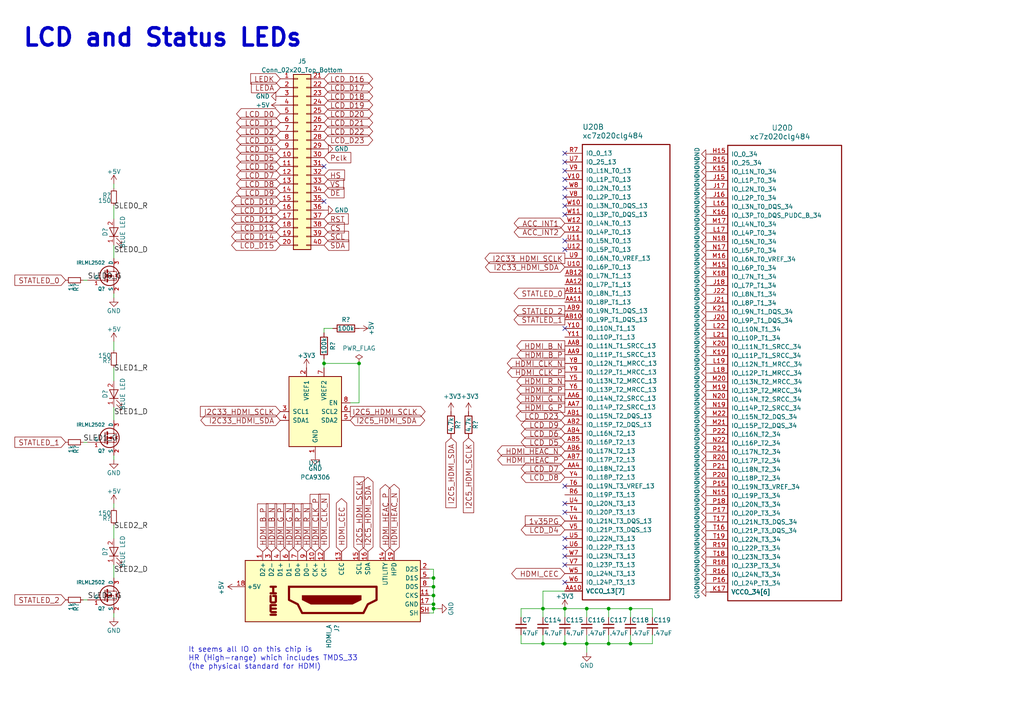
<source format=kicad_sch>
(kicad_sch (version 20230121) (generator eeschema)
  (paper "A4")
  (junction (at 125.73 175.26))
  (junction (at 170.18 186.69))
  (junction (at 125.73 170.18))
  (junction (at 182.88 176.53))
  (junction (at 93.98 105.41))
  (junction (at 157.48 176.53))
  (junction (at 170.18 176.53))
  (junction (at 163.83 186.69))
  (junction (at 176.53 176.53))
  (junction (at 182.88 186.69))
  (junction (at 163.83 176.53))
  (junction (at 125.73 172.72))
  (junction (at 125.73 167.64))
  (junction (at 125.73 176.53))
  (junction (at 176.53 186.69))
  (junction (at 104.14 105.41))
  (junction (at 157.48 186.69))
  (no_connect (at 163.83 156.21))
  (no_connect (at 163.83 62.23))
  (no_connect (at 163.83 146.05))
  (no_connect (at 163.83 95.25))
  (no_connect (at 163.83 72.39))
  (no_connect (at 163.83 57.15))
  (no_connect (at 163.83 52.07))
  (no_connect (at 163.83 69.85))
  (no_connect (at 163.83 148.59))
  (no_connect (at 163.83 140.97))
  (no_connect (at 163.83 54.61))
  (no_connect (at 163.83 46.99))
  (no_connect (at 163.83 59.69))
  (no_connect (at 163.83 44.45))
  (no_connect (at 93.98 58.42))
  (no_connect (at 163.83 158.75))
  (no_connect (at 163.83 163.83))
  (no_connect (at 163.83 49.53))
  (no_connect (at 93.98 48.26))
  (no_connect (at 163.83 161.29))
  (no_connect (at 163.83 168.91))
  (wire (pts (xy 24.13 128.27) (xy 25.4 128.27)))
  (wire (pts (xy 176.53 176.53) (xy 182.88 176.53)))
  (wire (pts (xy 104.14 105.41) (xy 104.14 116.84)))
  (wire (pts (xy 151.13 186.69) (xy 151.13 184.15)))
  (wire (pts (xy 93.98 105.41) (xy 93.98 106.68)))
  (wire (pts (xy 124.46 170.18) (xy 125.73 170.18)))
  (wire (pts (xy 170.18 176.53) (xy 176.53 176.53)))
  (wire (pts (xy 125.73 170.18) (xy 125.73 167.64)))
  (wire (pts (xy 163.83 176.53) (xy 163.83 179.07)))
  (wire (pts (xy 176.53 184.15) (xy 176.53 186.69)))
  (wire (pts (xy 182.88 179.07) (xy 182.88 176.53)))
  (wire (pts (xy 170.18 186.69) (xy 170.18 189.23)))
  (wire (pts (xy 163.83 171.45) (xy 157.48 171.45)))
  (wire (pts (xy 176.53 186.69) (xy 182.88 186.69)))
  (wire (pts (xy 125.73 167.64) (xy 125.73 165.1)))
  (wire (pts (xy 33.02 54.61) (xy 33.02 53.34)))
  (wire (pts (xy 33.02 177.8) (xy 33.02 179.07)))
  (wire (pts (xy 93.98 95.25) (xy 93.98 96.52)))
  (wire (pts (xy 170.18 184.15) (xy 170.18 186.69)))
  (wire (pts (xy 33.02 71.12) (xy 33.02 74.93)))
  (wire (pts (xy 24.13 81.28) (xy 25.4 81.28)))
  (wire (pts (xy 33.02 132.08) (xy 33.02 133.35)))
  (wire (pts (xy 125.73 175.26) (xy 125.73 172.72)))
  (wire (pts (xy 151.13 186.69) (xy 157.48 186.69)))
  (wire (pts (xy 124.46 172.72) (xy 125.73 172.72)))
  (wire (pts (xy 33.02 85.09) (xy 33.02 86.36)))
  (wire (pts (xy 157.48 176.53) (xy 157.48 179.07)))
  (wire (pts (xy 33.02 106.68) (xy 33.02 110.49)))
  (wire (pts (xy 157.48 184.15) (xy 157.48 186.69)))
  (wire (pts (xy 33.02 163.83) (xy 33.02 167.64)))
  (wire (pts (xy 176.53 176.53) (xy 176.53 179.07)))
  (wire (pts (xy 93.98 105.41) (xy 104.14 105.41)))
  (wire (pts (xy 157.48 176.53) (xy 163.83 176.53)))
  (wire (pts (xy 125.73 177.8) (xy 125.73 176.53)))
  (wire (pts (xy 33.02 99.06) (xy 33.02 101.6)))
  (wire (pts (xy 151.13 179.07) (xy 151.13 176.53)))
  (wire (pts (xy 182.88 184.15) (xy 182.88 186.69)))
  (wire (pts (xy 125.73 172.72) (xy 125.73 170.18)))
  (wire (pts (xy 104.14 116.84) (xy 101.6 116.84)))
  (wire (pts (xy 157.48 171.45) (xy 157.48 176.53)))
  (wire (pts (xy 163.83 184.15) (xy 163.83 186.69)))
  (wire (pts (xy 170.18 176.53) (xy 170.18 179.07)))
  (wire (pts (xy 127 176.53) (xy 125.73 176.53)))
  (wire (pts (xy 24.13 173.99) (xy 25.4 173.99)))
  (wire (pts (xy 157.48 186.69) (xy 163.83 186.69)))
  (wire (pts (xy 189.23 186.69) (xy 189.23 184.15)))
  (wire (pts (xy 124.46 167.64) (xy 125.73 167.64)))
  (wire (pts (xy 33.02 59.69) (xy 33.02 63.5)))
  (wire (pts (xy 163.83 176.53) (xy 170.18 176.53)))
  (wire (pts (xy 125.73 175.26) (xy 124.46 175.26)))
  (wire (pts (xy 182.88 186.69) (xy 189.23 186.69)))
  (wire (pts (xy 93.98 104.14) (xy 93.98 105.41)))
  (wire (pts (xy 124.46 177.8) (xy 125.73 177.8)))
  (wire (pts (xy 33.02 147.32) (xy 33.02 146.05)))
  (wire (pts (xy 151.13 176.53) (xy 157.48 176.53)))
  (wire (pts (xy 33.02 152.4) (xy 33.02 156.21)))
  (wire (pts (xy 96.52 95.25) (xy 93.98 95.25)))
  (wire (pts (xy 182.88 176.53) (xy 189.23 176.53)))
  (wire (pts (xy 170.18 186.69) (xy 176.53 186.69)))
  (wire (pts (xy 125.73 165.1) (xy 124.46 165.1)))
  (wire (pts (xy 189.23 176.53) (xy 189.23 179.07)))
  (wire (pts (xy 33.02 118.11) (xy 33.02 121.92)))
  (wire (pts (xy 163.83 186.69) (xy 170.18 186.69)))
  (wire (pts (xy 125.73 176.53) (xy 125.73 175.26)))
  (text "It seems all IO on this chip is \nHR (High-range) which includes TMDS_33\n(the physical standard for HDMI)" (at 54.61 194.31 0) (effects (font (size 1.524 1.524)) (justify left bottom)))
  (text "LCD and Status LEDs" (at 6.35 13.97 0) (effects (font (size 5.0038 5.0038) (thickness 1.0008) bold) (justify left bottom)))
  (label "SLED2_G" (at 25.4 173.99 0) (effects (font (size 1.524 1.524))))
  (label "SLED1_R" (at 33.02 107.95 0) (effects (font (size 1.524 1.524))))
  (label "SLED2_D" (at 33.02 166.37 0) (effects (font (size 1.524 1.524))))
  (label "SLED0_D" (at 33.02 73.66 0) (effects (font (size 1.524 1.524))))
  (label "SLED0_R" (at 33.02 60.96 0) (effects (font (size 1.524 1.524))))
  (label "SLED0_G" (at 25.4 81.28 0) (effects (font (size 1.524 1.524))))
  (label "SLED1_D" (at 33.02 120.65 0) (effects (font (size 1.524 1.524))))
  (label "SLED2_R" (at 33.02 153.67 0) (effects (font (size 1.524 1.524))))
  (label "SLED1_G" (at 24.13 128.27 0) (effects (font (size 1.524 1.524))))
  (global_label "STATLED_0" (shape output) (at 163.83 85.09 180) (effects (font (size 1.524 1.524))) (property "Intersheetrefs" "${INTERSHEET_REFS}" (effects hide)))
  (global_label "HDMI_R_N" (shape input) (at 88.9 160.02 90) (effects (font (size 1.524 1.524))) (property "Intersheetrefs" "${INTERSHEET_REFS}" (effects hide)))
  (global_label "I2C33_HDMI_SDA" (shape bidirectional) (at 163.83 77.47 180) (effects (font (size 1.524 1.524))) (property "Intersheetrefs" "${INTERSHEET_REFS}" (effects hide)))
  (global_label "I2C5_HDMI_SCLK" (shape output) (at 101.6 119.38 0) (effects (font (size 1.524 1.524))) (property "Intersheetrefs" "${INTERSHEET_REFS}" (effects hide)))
  (global_label "LCD_D23" (shape bidirectional) (at 163.83 120.65 180) (effects (font (size 1.524 1.524))) (property "Intersheetrefs" "${INTERSHEET_REFS}" (effects hide)))
  (global_label "LCD_D4" (shape bidirectional) (at 81.28 43.18 180) (effects (font (size 1.524 1.524))) (property "Intersheetrefs" "${INTERSHEET_REFS}" (effects hide)))
  (global_label "LCD_D9" (shape bidirectional) (at 81.28 55.88 180) (effects (font (size 1.524 1.524))) (property "Intersheetrefs" "${INTERSHEET_REFS}" (effects hide)))
  (global_label "CS" (shape input) (at 93.98 66.04 0) (effects (font (size 1.524 1.524))) (property "Intersheetrefs" "${INTERSHEET_REFS}" (effects hide)))
  (global_label "SCL" (shape input) (at 93.98 68.58 0) (effects (font (size 1.524 1.524))) (property "Intersheetrefs" "${INTERSHEET_REFS}" (effects hide)))
  (global_label "I2C5_HDMI_SDA" (shape bidirectional) (at 101.6 121.92 0) (effects (font (size 1.524 1.524))) (property "Intersheetrefs" "${INTERSHEET_REFS}" (effects hide)))
  (global_label "HDMI_CLK_P" (shape output) (at 163.83 107.95 180) (effects (font (size 1.524 1.524))) (property "Intersheetrefs" "${INTERSHEET_REFS}" (effects hide)))
  (global_label "HDMI_CLK_P" (shape input) (at 91.44 160.02 90) (effects (font (size 1.524 1.524))) (property "Intersheetrefs" "${INTERSHEET_REFS}" (effects hide)))
  (global_label "LCD_D7" (shape bidirectional) (at 81.28 50.8 180) (effects (font (size 1.524 1.524))) (property "Intersheetrefs" "${INTERSHEET_REFS}" (effects hide)))
  (global_label "HDMI_HEAC_P" (shape bidirectional) (at 111.76 160.02 90) (effects (font (size 1.524 1.524))) (property "Intersheetrefs" "${INTERSHEET_REFS}" (effects hide)))
  (global_label "Pclk" (shape input) (at 93.98 45.72 0) (effects (font (size 1.524 1.524))) (property "Intersheetrefs" "${INTERSHEET_REFS}" (effects hide)))
  (global_label "LCD_D22" (shape bidirectional) (at 93.98 38.1 0) (effects (font (size 1.524 1.524))) (property "Intersheetrefs" "${INTERSHEET_REFS}" (effects hide)))
  (global_label "LCD_D12" (shape bidirectional) (at 81.28 63.5 180) (effects (font (size 1.524 1.524))) (property "Intersheetrefs" "${INTERSHEET_REFS}" (effects hide)))
  (global_label "ACC_INT1" (shape bidirectional) (at 163.83 64.77 180) (effects (font (size 1.524 1.524))) (property "Intersheetrefs" "${INTERSHEET_REFS}" (effects hide)))
  (global_label "STATLED_0" (shape input) (at 19.05 81.28 180) (effects (font (size 1.524 1.524))) (property "Intersheetrefs" "${INTERSHEET_REFS}" (effects hide)))
  (global_label "I2C5_HDMI_SCLK" (shape input) (at 135.89 127 270) (effects (font (size 1.524 1.524))) (property "Intersheetrefs" "${INTERSHEET_REFS}" (effects hide)))
  (global_label "HDMI_G_N" (shape output) (at 163.83 115.57 180) (effects (font (size 1.524 1.524))) (property "Intersheetrefs" "${INTERSHEET_REFS}" (effects hide)))
  (global_label "HDMI_R_P" (shape output) (at 163.83 113.03 180) (effects (font (size 1.524 1.524))) (property "Intersheetrefs" "${INTERSHEET_REFS}" (effects hide)))
  (global_label "I2C33_HDMI_SCLK" (shape output) (at 163.83 74.93 180) (effects (font (size 1.524 1.524))) (property "Intersheetrefs" "${INTERSHEET_REFS}" (effects hide)))
  (global_label "LCD_D23" (shape bidirectional) (at 93.98 40.64 0) (effects (font (size 1.524 1.524))) (property "Intersheetrefs" "${INTERSHEET_REFS}" (effects hide)))
  (global_label "LEDA" (shape input) (at 81.28 25.4 180) (effects (font (size 1.524 1.524))) (property "Intersheetrefs" "${INTERSHEET_REFS}" (effects hide)))
  (global_label "I2C33_HDMI_SDA" (shape bidirectional) (at 81.28 121.92 180) (effects (font (size 1.524 1.524))) (property "Intersheetrefs" "${INTERSHEET_REFS}" (effects hide)))
  (global_label "ACC_INT2" (shape bidirectional) (at 163.83 67.31 180) (effects (font (size 1.524 1.524))) (property "Intersheetrefs" "${INTERSHEET_REFS}" (effects hide)))
  (global_label "HDMI_CLK_N" (shape output) (at 163.83 105.41 180) (effects (font (size 1.524 1.524))) (property "Intersheetrefs" "${INTERSHEET_REFS}" (effects hide)))
  (global_label "HDMI_G_P" (shape input) (at 81.28 160.02 90) (effects (font (size 1.524 1.524))) (property "Intersheetrefs" "${INTERSHEET_REFS}" (effects hide)))
  (global_label "I2C5_HDMI_SDA" (shape input) (at 130.81 127 270) (effects (font (size 1.524 1.524))) (property "Intersheetrefs" "${INTERSHEET_REFS}" (effects hide)))
  (global_label "LCD_D9" (shape bidirectional) (at 163.83 123.19 180) (effects (font (size 1.524 1.524))) (property "Intersheetrefs" "${INTERSHEET_REFS}" (effects hide)))
  (global_label "LEDK" (shape input) (at 81.28 22.86 180) (effects (font (size 1.524 1.524))) (property "Intersheetrefs" "${INTERSHEET_REFS}" (effects hide)))
  (global_label "LCD_D19" (shape bidirectional) (at 93.98 30.48 0) (effects (font (size 1.524 1.524))) (property "Intersheetrefs" "${INTERSHEET_REFS}" (effects hide)))
  (global_label "LCD_D16" (shape bidirectional) (at 93.98 22.86 0) (effects (font (size 1.524 1.524))) (property "Intersheetrefs" "${INTERSHEET_REFS}" (effects hide)))
  (global_label "LCD_D0" (shape bidirectional) (at 81.28 33.02 180) (effects (font (size 1.524 1.524))) (property "Intersheetrefs" "${INTERSHEET_REFS}" (effects hide)))
  (global_label "LCD_D13" (shape bidirectional) (at 81.28 66.04 180) (effects (font (size 1.524 1.524))) (property "Intersheetrefs" "${INTERSHEET_REFS}" (effects hide)))
  (global_label "LCD_D17" (shape bidirectional) (at 93.98 25.4 0) (effects (font (size 1.524 1.524))) (property "Intersheetrefs" "${INTERSHEET_REFS}" (effects hide)))
  (global_label "1v35PG" (shape input) (at 163.83 151.13 180) (effects (font (size 1.524 1.524))) (property "Intersheetrefs" "${INTERSHEET_REFS}" (effects hide)))
  (global_label "LCD_D6" (shape bidirectional) (at 81.28 48.26 180) (effects (font (size 1.524 1.524))) (property "Intersheetrefs" "${INTERSHEET_REFS}" (effects hide)))
  (global_label "SDA" (shape input) (at 93.98 71.12 0) (effects (font (size 1.524 1.524))) (property "Intersheetrefs" "${INTERSHEET_REFS}" (effects hide)))
  (global_label "I2C5_HDMI_SDA" (shape bidirectional) (at 106.68 160.02 90) (effects (font (size 1.524 1.524))) (property "Intersheetrefs" "${INTERSHEET_REFS}" (effects hide)))
  (global_label "LCD_D5" (shape bidirectional) (at 81.28 45.72 180) (effects (font (size 1.524 1.524))) (property "Intersheetrefs" "${INTERSHEET_REFS}" (effects hide)))
  (global_label "LCD_D21" (shape bidirectional) (at 93.98 35.56 0) (effects (font (size 1.524 1.524))) (property "Intersheetrefs" "${INTERSHEET_REFS}" (effects hide)))
  (global_label "STATLED_1" (shape output) (at 163.83 92.71 180) (effects (font (size 1.524 1.524))) (property "Intersheetrefs" "${INTERSHEET_REFS}" (effects hide)))
  (global_label "HDMI_CEC" (shape bidirectional) (at 163.83 166.37 180) (effects (font (size 1.524 1.524))) (property "Intersheetrefs" "${INTERSHEET_REFS}" (effects hide)))
  (global_label "HDMI_HEAC_P" (shape bidirectional) (at 163.83 133.35 180) (effects (font (size 1.524 1.524))) (property "Intersheetrefs" "${INTERSHEET_REFS}" (effects hide)))
  (global_label "LCD_D2" (shape bidirectional) (at 81.28 38.1 180) (effects (font (size 1.524 1.524))) (property "Intersheetrefs" "${INTERSHEET_REFS}" (effects hide)))
  (global_label "LCD_D4" (shape bidirectional) (at 163.83 153.67 180) (effects (font (size 1.524 1.524))) (property "Intersheetrefs" "${INTERSHEET_REFS}" (effects hide)))
  (global_label "HDMI_B_P" (shape input) (at 76.2 160.02 90) (effects (font (size 1.524 1.524))) (property "Intersheetrefs" "${INTERSHEET_REFS}" (effects hide)))
  (global_label "HDMI_HEAC_N" (shape bidirectional) (at 114.3 160.02 90) (effects (font (size 1.524 1.524))) (property "Intersheetrefs" "${INTERSHEET_REFS}" (effects hide)))
  (global_label "RST" (shape input) (at 93.98 63.5 0) (effects (font (size 1.524 1.524))) (property "Intersheetrefs" "${INTERSHEET_REFS}" (effects hide)))
  (global_label "DE" (shape input) (at 93.98 55.88 0) (effects (font (size 1.524 1.524))) (property "Intersheetrefs" "${INTERSHEET_REFS}" (effects hide)))
  (global_label "HDMI_HEAC_N" (shape bidirectional) (at 163.83 130.81 180) (effects (font (size 1.524 1.524))) (property "Intersheetrefs" "${INTERSHEET_REFS}" (effects hide)))
  (global_label "STATLED_2" (shape input) (at 19.05 173.99 180) (effects (font (size 1.524 1.524))) (property "Intersheetrefs" "${INTERSHEET_REFS}" (effects hide)))
  (global_label "LCD_D8" (shape bidirectional) (at 163.83 138.43 180) (effects (font (size 1.524 1.524))) (property "Intersheetrefs" "${INTERSHEET_REFS}" (effects hide)))
  (global_label "HDMI_B_N" (shape input) (at 78.74 160.02 90) (effects (font (size 1.524 1.524))) (property "Intersheetrefs" "${INTERSHEET_REFS}" (effects hide)))
  (global_label "LCD_D5" (shape bidirectional) (at 163.83 128.27 180) (effects (font (size 1.524 1.524))) (property "Intersheetrefs" "${INTERSHEET_REFS}" (effects hide)))
  (global_label "LCD_D14" (shape bidirectional) (at 81.28 68.58 180) (effects (font (size 1.524 1.524))) (property "Intersheetrefs" "${INTERSHEET_REFS}" (effects hide)))
  (global_label "STATLED_1" (shape input) (at 19.05 128.27 180) (effects (font (size 1.524 1.524))) (property "Intersheetrefs" "${INTERSHEET_REFS}" (effects hide)))
  (global_label "LCD_D11" (shape bidirectional) (at 81.28 60.96 180) (effects (font (size 1.524 1.524))) (property "Intersheetrefs" "${INTERSHEET_REFS}" (effects hide)))
  (global_label "HDMI_CLK_N" (shape input) (at 93.98 160.02 90) (effects (font (size 1.524 1.524))) (property "Intersheetrefs" "${INTERSHEET_REFS}" (effects hide)))
  (global_label "HDMI_B_N" (shape output) (at 163.83 100.33 180) (effects (font (size 1.524 1.524))) (property "Intersheetrefs" "${INTERSHEET_REFS}" (effects hide)))
  (global_label "LCD_D18" (shape bidirectional) (at 93.98 27.94 0) (effects (font (size 1.524 1.524))) (property "Intersheetrefs" "${INTERSHEET_REFS}" (effects hide)))
  (global_label "LCD_D7" (shape bidirectional) (at 163.83 135.89 180) (effects (font (size 1.524 1.524))) (property "Intersheetrefs" "${INTERSHEET_REFS}" (effects hide)))
  (global_label "HDMI_G_N" (shape input) (at 83.82 160.02 90) (effects (font (size 1.524 1.524))) (property "Intersheetrefs" "${INTERSHEET_REFS}" (effects hide)))
  (global_label "VS" (shape input) (at 93.98 53.34 0) (effects (font (size 1.524 1.524))) (property "Intersheetrefs" "${INTERSHEET_REFS}" (effects hide)))
  (global_label "LCD_D3" (shape bidirectional) (at 81.28 40.64 180) (effects (font (size 1.524 1.524))) (property "Intersheetrefs" "${INTERSHEET_REFS}" (effects hide)))
  (global_label "LCD_D10" (shape bidirectional) (at 81.28 58.42 180) (effects (font (size 1.524 1.524))) (property "Intersheetrefs" "${INTERSHEET_REFS}" (effects hide)))
  (global_label "LCD_D15" (shape bidirectional) (at 81.28 71.12 180) (effects (font (size 1.524 1.524))) (property "Intersheetrefs" "${INTERSHEET_REFS}" (effects hide)))
  (global_label "HDMI_G_P" (shape output) (at 163.83 118.11 180) (effects (font (size 1.524 1.524))) (property "Intersheetrefs" "${INTERSHEET_REFS}" (effects hide)))
  (global_label "HDMI_R_N" (shape output) (at 163.83 110.49 180) (effects (font (size 1.524 1.524))) (property "Intersheetrefs" "${INTERSHEET_REFS}" (effects hide)))
  (global_label "I2C33_HDMI_SCLK" (shape input) (at 81.28 119.38 180) (effects (font (size 1.524 1.524))) (property "Intersheetrefs" "${INTERSHEET_REFS}" (effects hide)))
  (global_label "HDMI_R_P" (shape input) (at 86.36 160.02 90) (effects (font (size 1.524 1.524))) (property "Intersheetrefs" "${INTERSHEET_REFS}" (effects hide)))
  (global_label "LCD_D20" (shape bidirectional) (at 93.98 33.02 0) (effects (font (size 1.524 1.524))) (property "Intersheetrefs" "${INTERSHEET_REFS}" (effects hide)))
  (global_label "I2C5_HDMI_SCLK" (shape input) (at 104.14 160.02 90) (effects (font (size 1.524 1.524))) (property "Intersheetrefs" "${INTERSHEET_REFS}" (effects hide)))
  (global_label "LCD_D1" (shape bidirectional) (at 81.28 35.56 180) (effects (font (size 1.524 1.524))) (property "Intersheetrefs" "${INTERSHEET_REFS}" (effects hide)))
  (global_label "STATLED_2" (shape output) (at 163.83 90.17 180) (effects (font (size 1.524 1.524))) (property "Intersheetrefs" "${INTERSHEET_REFS}" (effects hide)))
  (global_label "LCD_D6" (shape bidirectional) (at 163.83 125.73 180) (effects (font (size 1.524 1.524))) (property "Intersheetrefs" "${INTERSHEET_REFS}" (effects hide)))
  (global_label "HDMI_B_P" (shape output) (at 163.83 102.87 180) (effects (font (size 1.524 1.524))) (property "Intersheetrefs" "${INTERSHEET_REFS}" (effects hide)))
  (global_label "HS" (shape input) (at 93.98 50.8 0) (effects (font (size 1.524 1.524))) (property "Intersheetrefs" "${INTERSHEET_REFS}" (effects hide)))
  (global_label "LCD_D8" (shape bidirectional) (at 81.28 53.34 180) (effects (font (size 1.524 1.524))) (property "Intersheetrefs" "${INTERSHEET_REFS}" (effects hide)))
  (global_label "HDMI_CEC" (shape bidirectional) (at 99.06 160.02 90) (effects (font (size 1.524 1.524))) (property "Intersheetrefs" "${INTERSHEET_REFS}" (effects hide)))
  (symbol (lib_id "Device:C_Small") (at 157.48 181.61 0) (unit 1)
    (property "Reference" "C114" (at 157.734 179.832 0) (effects (justify left)))
    (property "Value" "4.7uF" (at 157.734 183.642 0) (effects (justify left)))
    (property "Footprint" "Capacitor_SMD:C_0402_1005Metric" (effects hide))
    (property "MFR" "Murata" (effects hide))
    (property "MPN" "GRM155R60G475ME47D" (effects hide))
    (property "SPR" "Digikey" (effects hide))
    (property "SPN" "490-11980-1-ND" (effects hide))
  )
  (symbol (lib_id "Device:C_Small") (at 163.83 181.61 0) (unit 1)
    (property "Reference" "C115" (at 164.084 179.832 0) (effects (justify left)))
    (property "Value" "4.7uF" (at 164.084 183.642 0) (effects (justify left)))
    (property "Footprint" "Capacitor_SMD:C_0402_1005Metric" (effects hide))
    (property "MFR" "Murata" (effects hide))
    (property "MPN" "GRM155R60G475ME47D" (effects hide))
    (property "SPR" "Digikey" (effects hide))
    (property "SPN" "490-11980-1-ND" (effects hide))
  )
  (symbol (lib_id "Device:C_Small") (at 170.18 181.61 0) (unit 1)
    (property "Reference" "C116" (at 170.434 179.832 0) (effects (justify left)))
    (property "Value" ".47uF" (at 170.434 183.642 0) (effects (justify left)))
    (property "Footprint" "Capacitor_SMD:C_0402_1005Metric" (effects hide))
    (property "MFR" "Yageo" (effects hide))
    (property "MPN" "CC0402KRX5R5BB474" (effects hide))
    (property "SPR" "Digikey" (effects hide))
    (property "SPN" "311-1684-1-ND" (effects hide))
  )
  (symbol (lib_id "Device:C_Small") (at 176.53 181.61 0) (unit 1)
    (property "Reference" "C117" (at 176.784 179.832 0) (effects (justify left)))
    (property "Value" ".47uF" (at 176.784 183.642 0) (effects (justify left)))
    (property "Footprint" "Capacitor_SMD:C_0402_1005Metric" (effects hide))
    (property "MFR" "Yageo" (effects hide))
    (property "MPN" "CC0402KRX5R5BB474" (effects hide))
    (property "SPR" "Digikey" (effects hide))
    (property "SPN" "311-1684-1-ND" (effects hide))
  )
  (symbol (lib_id "Device:C_Small") (at 182.88 181.61 0) (unit 1)
    (property "Reference" "C118" (at 183.134 179.832 0) (effects (justify left)))
    (property "Value" ".47uF" (at 183.134 183.642 0) (effects (justify left)))
    (property "Footprint" "Capacitor_SMD:C_0402_1005Metric" (effects hide))
    (property "MFR" "Yageo" (effects hide))
    (property "MPN" "CC0402KRX5R5BB474" (effects hide))
    (property "SPR" "Digikey" (effects hide))
    (property "SPN" "311-1684-1-ND" (effects hide))
  )
  (symbol (lib_id "Device:C_Small") (at 189.23 181.61 0) (unit 1)
    (property "Reference" "C119" (at 189.484 179.832 0) (effects (justify left)))
    (property "Value" ".47uF" (at 189.484 183.642 0) (effects (justify left)))
    (property "Footprint" "Capacitor_SMD:C_0402_1005Metric" (effects hide))
    (property "MFR" "Yageo" (effects hide))
    (property "MPN" "CC0402KRX5R5BB474" (effects hide))
    (property "SPR" "Digikey" (effects hide))
    (property "SPN" "311-1684-1-ND" (effects hide))
  )
  (symbol (lib_id "power:GND") (at 170.18 189.23 0) (unit 1)
    (property "Reference" "#PWR0188" (effects hide))
    (property "Value" "GND" (at 170.18 193.04 0))
  )
  (symbol (lib_id "DFTBoard-rescue:IRLML2502-") (at 30.48 127 0) (unit 1)
    (property "Reference" "Q?" (at 30.48 130.7846 0) (effects (font (size 1.016 1.016)) (justify right)))
    (property "Value" "IRLML2502" (at 30.48 123.19 0) (effects (font (size 1.016 1.016)) (justify right)))
    (property "Footprint" "Package_TO_SOT_SMD:SOT-23" (effects hide))
    (property "MFR" "Infineon Technologies AG" (effects hide))
    (property "MPN" "IRLML2502TRPBF" (effects hide))
    (property "SPR" "Digikey" (effects hide))
    (property "SPN" "IRLML2502PBFCT-ND" (effects hide))
    (instances (project "DFTBoard" (path "" (reference "Q?") (unit 1)) (path "" (reference "Q?") (unit 1)) (path "" (reference "Q9") (unit 1))))
  )
  (symbol (lib_id "DFTBoard-rescue:IRLML2502-") (at 30.48 80.01 0) (unit 1)
    (property "Reference" "Q?" (at 30.48 83.7946 0) (effects (font (size 1.016 1.016)) (justify right)))
    (property "Value" "IRLML2502" (at 30.48 76.2 0) (effects (font (size 1.016 1.016)) (justify right)))
    (property "Footprint" "Package_TO_SOT_SMD:SOT-23" (effects hide))
    (property "MFR" "Infineon Technologies AG" (effects hide))
    (property "MPN" "IRLML2502TRPBF" (effects hide))
    (property "SPR" "Digikey" (effects hide))
    (property "SPN" "IRLML2502PBFCT-ND" (effects hide))
    (instances (project "DFTBoard" (path "" (reference "Q?") (unit 1)) (path "" (reference "Q?") (unit 1)) (path "" (reference "Q8") (unit 1))))
  )
  (symbol (lib_id "power:GND") (at 33.02 133.35 0) (unit 1)
    (property "Reference" "#PWR?" (effects hide))
    (property "Value" "GND" (at 33.02 137.16 0))
    (instances (project "DFTBoard" (path "" (reference "#PWR?") (unit 1)) (path "" (reference "#PWR?") (unit 1)) (path "" (reference "#PWR0171") (unit 1))))
  )
  (symbol (lib_id "power:GND") (at 33.02 86.36 0) (unit 1)
    (property "Reference" "#PWR?" (effects hide))
    (property "Value" "GND" (at 33.02 90.17 0))
    (instances (project "DFTBoard" (path "" (reference "#PWR?") (unit 1)) (path "" (reference "#PWR?") (unit 1)) (path "" (reference "#PWR0169") (unit 1))))
  )
  (symbol (lib_id "Device:R_Small") (at 21.59 128.27 270) (unit 1)
    (property "Reference" "R?" (at 22.098 129.032 0) (effects (justify left)))
    (property "Value" "1k" (at 20.574 129.032 0) (effects (justify left)))
    (property "Footprint" "Resistor_SMD:R_0402_1005Metric" (effects hide))
    (property "MFR" "Yageo" (effects hide))
    (property "MPN" "RC0402FR-071KL" (effects hide))
    (property "SPR" "Digikey" (effects hide))
    (property "SPN" "311-1.00KLRCT-ND" (effects hide))
    (instances (project "DFTBoard" (path "" (reference "R?") (unit 1)) (path "" (reference "R?") (unit 1)) (path "" (reference "R79") (unit 1))))
  )
  (symbol (lib_id "Device:R_Small") (at 21.59 81.28 270) (unit 1)
    (property "Reference" "R?" (at 22.098 82.042 0) (effects (justify left)))
    (property "Value" "1k" (at 20.574 82.042 0) (effects (justify left)))
    (property "Footprint" "Resistor_SMD:R_0402_1005Metric" (effects hide))
    (property "MFR" "Yageo" (effects hide))
    (property "MPN" "RC0402FR-071KL" (effects hide))
    (property "SPR" "Digikey" (effects hide))
    (property "SPN" "311-1.00KLRCT-ND" (effects hide))
    (instances (project "DFTBoard" (path "" (reference "R?") (unit 1)) (path "" (reference "R?") (unit 1)) (path "" (reference "R77") (unit 1))))
  )
  (symbol (lib_id "DFTBoard-rescue:LED-") (at 33.02 114.3 90) (unit 1)
    (property "Reference" "D?" (at 30.48 114.3 0))
    (property "Value" "BLUE LED" (at 35.56 114.3 0))
    (property "Footprint" "Capacitor_SMD:C_0603_1608Metric" (effects hide))
    (property "MFR" "Vishay Semiconductors" (effects hide))
    (property "MPN" "VLMB1300-GS08" (effects hide))
    (property "SPR" "Digikey" (effects hide))
    (property "SPN" "VLMB1300-GS08CT-ND" (effects hide))
    (instances (project "DFTBoard" (path "" (reference "D?") (unit 1)) (path "" (reference "D?") (unit 1)) (path "" (reference "D5") (unit 1))))
  )
  (symbol (lib_id "DFTBoard-rescue:LED-") (at 33.02 67.31 90) (unit 1)
    (property "Reference" "D?" (at 30.48 67.31 0))
    (property "Value" "BLUE LED" (at 35.56 67.31 0))
    (property "Footprint" "Capacitor_SMD:C_0603_1608Metric" (effects hide))
    (property "MFR" "Vishay Semiconductors" (effects hide))
    (property "MPN" "VLMB1300-GS08" (effects hide))
    (property "SPR" "Digikey" (effects hide))
    (property "SPN" "VLMB1300-GS08CT-ND" (effects hide))
    (instances (project "DFTBoard" (path "" (reference "D?") (unit 1)) (path "" (reference "D?") (unit 1)) (path "" (reference "D4") (unit 1))))
  )
  (symbol (lib_id "Device:R_Small") (at 33.02 104.14 180) (unit 1)
    (property "Reference" "R?" (at 32.258 104.648 0) (effects (justify left)))
    (property "Value" "150" (at 32.258 103.124 0) (effects (justify left)))
    (property "Footprint" "Resistor_SMD:R_0402_1005Metric" (effects hide))
    (property "MFR" "Yageo" (effects hide))
    (property "MPN" "RC0402FR-07150RL" (effects hide))
    (property "SPR" "Digikey" (effects hide))
    (property "SPN" "311-150LRTR-ND" (effects hide))
    (instances (project "DFTBoard" (path "" (reference "R?") (unit 1)) (path "" (reference "R?") (unit 1)) (path "" (reference "R80") (unit 1))))
  )
  (symbol (lib_id "Device:R_Small") (at 33.02 57.15 0) (mirror y) (unit 1)
    (property "Reference" "R?" (at 32.258 56.642 0) (effects (justify left)))
    (property "Value" "150" (at 32.258 58.166 0) (effects (justify left)))
    (property "Footprint" "Resistor_SMD:R_0402_1005Metric" (effects hide))
    (property "MFR" "Yageo" (effects hide))
    (property "MPN" "RC0402FR-07150RL" (effects hide))
    (property "SPR" "Digikey" (effects hide))
    (property "SPN" "311-150LRTR-ND" (effects hide))
    (instances (project "DFTBoard" (path "" (reference "R?") (unit 1)) (path "" (reference "R?") (unit 1)) (path "" (reference "R78") (unit 1))))
  )
  (symbol (lib_id "power:+5V") (at 33.02 99.06 0) (unit 1)
    (property "Reference" "#PWR?" (effects hide))
    (property "Value" "+5V" (at 33.02 95.504 0))
    (instances (project "DFTBoard" (path "" (reference "#PWR?") (unit 1)) (path "" (reference "#PWR?") (unit 1)) (path "" (reference "#PWR0170") (unit 1))))
  )
  (symbol (lib_id "power:+5V") (at 33.02 53.34 0) (unit 1)
    (property "Reference" "#PWR?" (effects hide))
    (property "Value" "+5V" (at 33.02 49.784 0))
    (instances (project "DFTBoard" (path "" (reference "#PWR?") (unit 1)) (path "" (reference "#PWR?") (unit 1)) (path "" (reference "#PWR0168") (unit 1))))
  )
  (symbol (lib_id "DFTBoard-rescue:IRLML2502-") (at 30.48 172.72 0) (unit 1)
    (property "Reference" "Q?" (at 30.48 176.5046 0) (effects (font (size 1.016 1.016)) (justify right)))
    (property "Value" "IRLML2502" (at 30.48 168.91 0) (effects (font (size 1.016 1.016)) (justify right)))
    (property "Footprint" "Package_TO_SOT_SMD:SOT-23" (effects hide))
    (property "MFR" "Infineon Technologies AG" (effects hide))
    (property "MPN" "IRLML2502TRPBF" (effects hide))
    (property "SPR" "Digikey" (effects hide))
    (property "SPN" "IRLML2502PBFCT-ND" (effects hide))
    (instances (project "DFTBoard" (path "" (reference "Q?") (unit 1)) (path "" (reference "Q?") (unit 1)) (path "" (reference "Q10") (unit 1))))
  )
  (symbol (lib_id "power:GND") (at 33.02 179.07 0) (unit 1)
    (property "Reference" "#PWR?" (effects hide))
    (property "Value" "GND" (at 33.02 182.88 0))
    (instances (project "DFTBoard" (path "" (reference "#PWR?") (unit 1)) (path "" (reference "#PWR?") (unit 1)) (path "" (reference "#PWR0178") (unit 1))))
  )
  (symbol (lib_id "Device:R_Small") (at 21.59 173.99 270) (unit 1)
    (property "Reference" "R?" (at 22.098 174.752 0) (effects (justify left)))
    (property "Value" "1k" (at 20.574 174.752 0) (effects (justify left)))
    (property "Footprint" "Resistor_SMD:R_0402_1005Metric" (effects hide))
    (property "MFR" "Yageo" (effects hide))
    (property "MPN" "RC0402FR-071KL" (effects hide))
    (property "SPR" "Digikey" (effects hide))
    (property "SPN" "311-1.00KLRCT-ND" (effects hide))
    (instances (project "DFTBoard" (path "" (reference "R?") (unit 1)) (path "" (reference "R?") (unit 1)) (path "" (reference "R85") (unit 1))))
  )
  (symbol (lib_id "DFTBoard-rescue:LED-") (at 33.02 160.02 90) (unit 1)
    (property "Reference" "D?" (at 30.48 160.02 0))
    (property "Value" "BLUE LED" (at 35.56 160.02 0))
    (property "Footprint" "Capacitor_SMD:C_0603_1608Metric" (effects hide))
    (property "MFR" "Vishay Semiconductors" (effects hide))
    (property "MPN" "VLMB1300-GS08" (effects hide))
    (property "SPR" "Digikey" (effects hide))
    (property "SPN" "VLMB1300-GS08CT-ND" (effects hide))
    (instances (project "DFTBoard" (path "" (reference "D?") (unit 1)) (path "" (reference "D?") (unit 1)) (path "" (reference "D6") (unit 1))))
  )
  (symbol (lib_id "Device:R_Small") (at 33.02 149.86 180) (unit 1)
    (property "Reference" "R?" (at 32.258 150.368 0) (effects (justify left)))
    (property "Value" "150" (at 32.258 148.844 0) (effects (justify left)))
    (property "Footprint" "Resistor_SMD:R_0402_1005Metric" (effects hide))
    (property "MFR" "Yageo" (effects hide))
    (property "MPN" "RC0402FR-07150RL" (effects hide))
    (property "SPR" "Digikey" (effects hide))
    (property "SPN" "311-150LRTR-ND" (effects hide))
    (instances (project "DFTBoard" (path "" (reference "R?") (unit 1)) (path "" (reference "R?") (unit 1)) (path "" (reference "R86") (unit 1))))
  )
  (symbol (lib_id "power:+5V") (at 33.02 146.05 0) (unit 1)
    (property "Reference" "#PWR?" (effects hide))
    (property "Value" "+5V" (at 33.02 142.494 0))
    (instances (project "DFTBoard" (path "" (reference "#PWR?") (unit 1)) (path "" (reference "#PWR?") (unit 1)) (path "" (reference "#PWR0177") (unit 1))))
  )
  (symbol (lib_id "xilinx7:xc7z020clg484") (at 163.83 44.45 0) (unit 2)
    (property "Reference" "U20" (at 168.91 36.83 0) (effects (font (size 1.524 1.524)) (justify left)))
    (property "Value" "xc7z020clg484" (at 168.91 39.37 0) (effects (font (size 1.524 1.524)) (justify left)))
    (property "Footprint" "DFTcustom:BGA-484_19.0x19.0mm_Layout22x22_P0.80mm_dia0.40mm" (effects hide))
    (property "MFR" "Xilinx" (effects hide))
    (property "MPN" "XC7Z020-1CLG484C" (effects hide))
    (property "SPR" "Digikey" (effects hide))
    (property "SPN" "122-1850-ND" (effects hide))
    (property "SPURL" "-" (effects hide))
  )
  (symbol (lib_id "Connector:HDMI_A") (at 96.52 170.18 90) (mirror x) (unit 1)
    (property "Reference" "J?" (at 97.6884 181.102 0) (effects (justify left)))
    (property "Value" "HDMI_A" (at 95.377 181.102 0) (effects (justify left)))
    (property "Footprint" "DFTcustom:10029449-111RLF" (effects hide))
    (property "Datasheet" "https://en.wikipedia.org/wiki/HDMI" (effects hide))
    (property "MFR" "Amphenol ICC" (effects hide))
    (property "MPN" "10029449-111RLF" (effects hide))
    (property "SPR" "Digikey" (effects hide))
    (property "SPN" "609-4614-1-ND" (effects hide))
    (property "SPURL" "-" (effects hide))
    (instances (project "DFTBoard" (path "" (reference "J?") (unit 1)) (path "" (reference "Je1") (unit 1))))
  )
  (symbol (lib_id "power:+5V") (at 68.58 170.18 90) (mirror x) (unit 1)
    (property "Reference" "#PWR?" (effects hide))
    (property "Value" "+5V" (at 64.1858 170.561 0))
    (instances (project "DFTBoard" (path "" (reference "#PWR?") (unit 1)) (path "" (reference "#PWR0174") (unit 1))))
  )
  (symbol (lib_id "power:GND") (at 127 176.53 90) (mirror x) (unit 1)
    (property "Reference" "#PWR0175" (effects hide))
    (property "Value" "GND" (at 130.81 176.53 0))
    (instances (project "DFTBoard" (path "" (reference "#PWR0175") (unit 1)) (path "" (reference "#PWR?") (unit 1))))
  )
  (symbol (lib_id "Interface:PCA9306") (at 91.44 119.38 0) (unit 1)
    (property "Reference" "U21" (at 91.44 134.3406 0))
    (property "Value" "PCA9306" (at 91.44 138.43 0))
    (property "Footprint" "Package_SO:SSOP-8_2.95x2.8mm_P0.65mm" (effects hide))
    (property "Datasheet" "http://www.ti.com/lit/ds/symlink/pca9306.pdf" (effects hide))
    (property "MFR" "Texas Instruments" (effects hide))
    (property "MPN" "PCA9306DCTR" (effects hide))
    (property "SPR" "Digikey" (effects hide))
    (property "SPN" "296-18509-2-ND" (effects hide))
    (property "SPURL" "-" (effects hide))
  )
  (symbol (lib_id "power:+3V3") (at 88.9 106.68 0) (unit 1)
    (property "Reference" "#PWR0340" (effects hide))
    (property "Value" "+3.3V" (at 88.9 103.124 0))
  )
  (symbol (lib_id "power:+5V") (at 104.14 95.25 270) (unit 1)
    (property "Reference" "#PWR?" (effects hide))
    (property "Value" "+5V" (at 107.696 95.25 0))
    (instances (project "DFTBoard" (path "" (reference "#PWR?") (unit 1)) (path "" (reference "#PWR?") (unit 1)) (path "" (reference "#PWR0341") (unit 1))))
  )
  (symbol (lib_id "power:GND") (at 91.44 132.08 0) (mirror y) (unit 1)
    (property "Reference" "#PWR0342" (effects hide))
    (property "Value" "GND" (at 91.44 135.89 0))
    (instances (project "DFTBoard" (path "" (reference "#PWR0342") (unit 1)) (path "" (reference "#PWR?") (unit 1))))
  )
  (symbol (lib_id "Device:R") (at 130.81 123.19 0) (unit 1)
    (property "Reference" "R?" (at 132.842 123.19 90))
    (property "Value" "4.7k" (at 130.81 123.19 90))
    (property "Footprint" "Resistor_SMD:R_0402_1005Metric" (effects hide))
    (property "MFR" "Yageo" (effects hide))
    (property "MPN" "RC0402JR-074K7L" (effects hide))
    (property "SPR" "Digikey" (effects hide))
    (property "SPN" "311-4.7KJRCT-ND" (effects hide))
    (instances (project "DFTBoard" (path "" (reference "R?") (unit 1)) (path "" (reference "R82") (unit 1)) (path "" (reference "R?") (unit 1)) (path "" (reference "R?") (unit 1))))
  )
  (symbol (lib_id "Device:R") (at 135.89 123.19 0) (unit 1)
    (property "Reference" "R?" (at 137.922 123.19 90))
    (property "Value" "4.7k" (at 135.89 123.19 90))
    (property "Footprint" "Resistor_SMD:R_0402_1005Metric" (effects hide))
    (property "MFR" "Yageo" (effects hide))
    (property "MPN" "RC0402JR-074K7L" (effects hide))
    (property "SPR" "Digikey" (effects hide))
    (property "SPN" "311-4.7KJRCT-ND" (effects hide))
    (instances (project "DFTBoard" (path "" (reference "R?") (unit 1)) (path "" (reference "R83") (unit 1)) (path "" (reference "R?") (unit 1)) (path "" (reference "R?") (unit 1))))
  )
  (symbol (lib_id "power:+3V3") (at 130.81 119.38 0) (unit 1)
    (property "Reference" "#PWR?" (effects hide))
    (property "Value" "+3.3V" (at 131.191 114.9858 0))
    (instances (project "DFTBoard" (path "" (reference "#PWR?") (unit 1)) (path "" (reference "#PWR?") (unit 1)) (path "" (reference "#PWR0344") (unit 1))))
  )
  (symbol (lib_id "power:+3V3") (at 135.89 119.38 0) (unit 1)
    (property "Reference" "#PWR?" (effects hide))
    (property "Value" "+3.3V" (at 136.271 114.9858 0))
    (instances (project "DFTBoard" (path "" (reference "#PWR?") (unit 1)) (path "" (reference "#PWR?") (unit 1)) (path "" (reference "#PWR0345") (unit 1))))
  )
  (symbol (lib_id "power:+3V3") (at 163.83 176.53 0) (unit 1)
    (property "Reference" "#PWR0172" (effects hide))
    (property "Value" "+3.3V" (at 163.83 172.974 0))
  )
  (symbol (lib_id "Device:R") (at 93.98 100.33 180) (unit 1)
    (property "Reference" "R?" (at 96.52 100.33 90))
    (property "Value" "100k" (at 93.98 100.33 90))
    (property "Footprint" "Resistor_SMD:R_0402_1005Metric" (effects hide))
    (property "MFR" "Yageo" (effects hide))
    (property "MPN" "RC0402FR-07100KL" (effects hide))
    (property "SPR" "Digikey" (effects hide))
    (property "SPN" "311-100KLRTR-ND" (effects hide))
    (instances (project "DFTBoard" (path "" (reference "R?") (unit 1)) (path "" (reference "R?") (unit 1)) (path "" (reference "R34") (unit 1))))
  )
  (symbol (lib_id "Device:R") (at 100.33 95.25 90) (unit 1)
    (property "Reference" "R?" (at 100.33 92.71 90))
    (property "Value" "100k" (at 100.33 95.25 90))
    (property "Footprint" "Resistor_SMD:R_0402_1005Metric" (effects hide))
    (property "MFR" "Yageo" (effects hide))
    (property "MPN" "RC0402FR-07100KL" (effects hide))
    (property "SPR" "Digikey" (effects hide))
    (property "SPN" "311-100KLRTR-ND" (effects hide))
    (instances (project "DFTBoard" (path "" (reference "R?") (unit 1)) (path "" (reference "R?") (unit 1)) (path "" (reference "R81") (unit 1))))
  )
  (symbol (lib_id "power:PWR_FLAG") (at 104.14 105.41 0) (unit 1)
    (property "Reference" "#FLG0102" (effects hide))
    (property "Value" "PWR_FLAG" (at 104.14 101.0158 0))
  )
  (symbol (lib_id "power:GND") (at 205.994 141.224 270) (unit 1)
    (property "Reference" "#PWR0246" (effects hide))
    (property "Value" "GND" (at 202.184 141.224 0))
    (instances (project "DFTBoard" (path "" (reference "#PWR0246") (unit 1)) (path "" (reference "#PWR0244") (unit 1))))
  )
  (symbol (lib_id "power:GND") (at 205.994 153.924 270) (unit 1)
    (property "Reference" "#PWR0251" (effects hide))
    (property "Value" "GND" (at 202.184 153.924 0))
    (instances (project "DFTBoard" (path "" (reference "#PWR0251") (unit 1)) (path "" (reference "#PWR0249") (unit 1))))
  )
  (symbol (lib_id "power:GND") (at 81.28 27.94 270) (unit 1)
    (property "Reference" "#PWR?" (effects hide))
    (property "Value" "GND" (at 76.2 27.94 90))
    (instances (project "DFTBoard" (path "" (reference "#PWR?") (unit 1)) (path "" (reference "#PWR?") (unit 1)) (path "" (reference "#PWR0146") (unit 1))))
  )
  (symbol (lib_id "Connector_Generic:Conn_02x20_Top_Bottom") (at 86.36 45.72 0) (unit 1)
    (property "Reference" "J5" (at 87.63 17.78 0))
    (property "Value" "Conn_02x20_Top_Bottom" (at 87.63 20.32 0))
  )
  (symbol (lib_id "power:GND") (at 205.994 136.144 270) (unit 1)
    (property "Reference" "#PWR0244" (effects hide))
    (property "Value" "GND" (at 202.184 136.144 0))
    (instances (project "DFTBoard" (path "" (reference "#PWR0244") (unit 1)) (path "" (reference "#PWR0234") (unit 1))))
  )
  (symbol (lib_id "power:GND") (at 205.994 72.644 270) (unit 1)
    (property "Reference" "#PWR070" (effects hide))
    (property "Value" "GND" (at 202.184 72.644 0))
    (instances (project "DFTBoard" (path "" (reference "#PWR070") (unit 1)) (path "" (reference "#PWR066") (unit 1))))
  )
  (symbol (lib_id "power:GND") (at 205.994 110.744 270) (unit 1)
    (property "Reference" "#PWR099" (effects hide))
    (property "Value" "GND" (at 202.184 110.744 0))
    (instances (project "DFTBoard" (path "" (reference "#PWR099") (unit 1)) (path "" (reference "#PWR097") (unit 1))))
  )
  (symbol (lib_id "power:GND") (at 205.994 85.344 270) (unit 1)
    (property "Reference" "#PWR083" (effects hide))
    (property "Value" "GND" (at 202.184 85.344 0))
    (instances (project "DFTBoard" (path "" (reference "#PWR083") (unit 1)) (path "" (reference "#PWR079") (unit 1))))
  )
  (symbol (lib_id "power:GND") (at 205.994 123.444 270) (unit 1)
    (property "Reference" "#PWR0229" (effects hide))
    (property "Value" "GND" (at 202.184 123.444 0))
    (instances (project "DFTBoard" (path "" (reference "#PWR0229") (unit 1)) (path "" (reference "#PWR0221") (unit 1))))
  )
  (symbol (lib_id "power:GND") (at 205.994 70.104 270) (unit 1)
    (property "Reference" "#PWR068" (effects hide))
    (property "Value" "GND" (at 202.184 70.104 0))
    (instances (project "DFTBoard" (path "" (reference "#PWR068") (unit 1)) (path "" (reference "#PWR064") (unit 1))))
  )
  (symbol (lib_id "power:GND") (at 205.994 52.324 270) (unit 1)
    (property "Reference" "#PWR036" (effects hide))
    (property "Value" "GND" (at 202.184 52.324 0))
    (instances (project "DFTBoard" (path "" (reference "#PWR036") (unit 1)) (path "" (reference "#PWR0371") (unit 1))))
  )
  (symbol (lib_id "power:GND") (at 205.994 120.904 270) (unit 1)
    (property "Reference" "#PWR0228" (effects hide))
    (property "Value" "GND" (at 202.184 120.904 0))
    (instances (project "DFTBoard" (path "" (reference "#PWR0228") (unit 1)) (path "" (reference "#PWR0211") (unit 1))))
  )
  (symbol (lib_id "xilinx7:xc7z020clg484") (at 205.994 44.704 0) (unit 4)
    (property "Reference" "U20" (at 223.774 37.084 0) (effects (font (size 1.524 1.524)) (justify left)))
    (property "Value" "xc7z020clg484" (at 217.424 39.624 0) (effects (font (size 1.524 1.524)) (justify left)))
    (property "Footprint" "DFTcustom:BGA-484_19.0x19.0mm_Layout22x22_P0.80mm_dia0.40mm" (effects hide))
    (property "MFR" "Xilinx" (effects hide))
    (property "MPN" "XC7Z020-1CLG484C" (effects hide))
    (property "SPR" "Digikey" (effects hide))
    (property "SPN" "122-1850-ND" (effects hide))
    (property "SPURL" "-" (effects hide))
  )
  (symbol (lib_id "power:GND") (at 205.994 138.684 270) (unit 1)
    (property "Reference" "#PWR0245" (effects hide))
    (property "Value" "GND" (at 202.184 138.684 0))
    (instances (project "DFTBoard" (path "" (reference "#PWR0245") (unit 1)) (path "" (reference "#PWR0243") (unit 1))))
  )
  (symbol (lib_id "power:GND") (at 205.994 115.824 270) (unit 1)
    (property "Reference" "#PWR0211" (effects hide))
    (property "Value" "GND" (at 202.184 115.824 0))
    (instances (project "DFTBoard" (path "" (reference "#PWR0211") (unit 1)) (path "" (reference "#PWR099") (unit 1))))
  )
  (symbol (lib_id "power:GND") (at 205.994 169.164 270) (unit 1)
    (property "Reference" "#PWR0370" (effects hide))
    (property "Value" "GND" (at 202.184 169.164 0))
    (instances (project "DFTBoard" (path "" (reference "#PWR0370") (unit 1)) (path "" (reference "#PWR0255") (unit 1))))
  )
  (symbol (lib_id "power:GND") (at 205.994 105.664 270) (unit 1)
    (property "Reference" "#PWR097" (effects hide))
    (property "Value" "GND" (at 202.184 105.664 0))
    (instances (project "DFTBoard" (path "" (reference "#PWR097") (unit 1)) (path "" (reference "#PWR091") (unit 1))))
  )
  (symbol (lib_id "power:GND") (at 205.994 100.584 270) (unit 1)
    (property "Reference" "#PWR091" (effects hide))
    (property "Value" "GND" (at 202.184 100.584 0))
    (instances (project "DFTBoard" (path "" (reference "#PWR091") (unit 1)) (path "" (reference "#PWR089") (unit 1))))
  )
  (symbol (lib_id "power:GND") (at 205.994 131.064 270) (unit 1)
    (property "Reference" "#PWR0234" (effects hide))
    (property "Value" "GND" (at 202.184 131.064 0))
    (instances (project "DFTBoard" (path "" (reference "#PWR0234") (unit 1)) (path "" (reference "#PWR0232") (unit 1))))
  )
  (symbol (lib_id "power:GND") (at 205.994 146.304 270) (unit 1)
    (property "Reference" "#PWR0248" (effects hide))
    (property "Value" "GND" (at 202.184 146.304 0))
    (instances (project "DFTBoard" (path "" (reference "#PWR0248") (unit 1)) (path "" (reference "#PWR0246") (unit 1))))
  )
  (symbol (lib_id "power:GND") (at 205.994 87.884 270) (unit 1)
    (property "Reference" "#PWR084" (effects hide))
    (property "Value" "GND" (at 202.184 87.884 0))
    (instances (project "DFTBoard" (path "" (reference "#PWR084") (unit 1)) (path "" (reference "#PWR080") (unit 1))))
  )
  (symbol (lib_id "power:GND") (at 205.994 98.044 270) (unit 1)
    (property "Reference" "#PWR090" (effects hide))
    (property "Value" "GND" (at 202.184 98.044 0))
    (instances (project "DFTBoard" (path "" (reference "#PWR090") (unit 1)) (path "" (reference "#PWR088") (unit 1))))
  )
  (symbol (lib_id "power:GND") (at 205.994 108.204 270) (unit 1)
    (property "Reference" "#PWR098" (effects hide))
    (property "Value" "GND" (at 202.184 108.204 0))
    (instances (project "DFTBoard" (path "" (reference "#PWR098") (unit 1)) (path "" (reference "#PWR092") (unit 1))))
  )
  (symbol (lib_id "power:GND") (at 205.994 77.724 270) (unit 1)
    (property "Reference" "#PWR077" (effects hide))
    (property "Value" "GND" (at 202.184 77.724 0))
    (instances (project "DFTBoard" (path "" (reference "#PWR077") (unit 1)) (path "" (reference "#PWR070") (unit 1))))
  )
  (symbol (lib_id "power:GND") (at 205.994 151.384 270) (unit 1)
    (property "Reference" "#PWR0250" (effects hide))
    (property "Value" "GND" (at 202.184 151.384 0))
    (instances (project "DFTBoard" (path "" (reference "#PWR0250") (unit 1)) (path "" (reference "#PWR0248") (unit 1))))
  )
  (symbol (lib_id "power:GND") (at 93.98 60.96 90) (mirror x) (unit 1)
    (property "Reference" "#PWR?" (effects hide))
    (property "Value" "GND" (at 99.06 60.96 90))
    (instances (project "DFTBoard" (path "" (reference "#PWR?") (unit 1)) (path "" (reference "#PWR?") (unit 1)) (path "" (reference "#PWR0185") (unit 1))))
  )
  (symbol (lib_id "power:GND") (at 205.994 57.404 270) (unit 1)
    (property "Reference" "#PWR059" (effects hide))
    (property "Value" "GND" (at 202.184 57.404 0))
    (instances (project "DFTBoard" (path "" (reference "#PWR059") (unit 1)) (path "" (reference "#PWR036") (unit 1))))
  )
  (symbol (lib_id "power:GND") (at 205.994 166.624 270) (unit 1)
    (property "Reference" "#PWR0256" (effects hide))
    (property "Value" "GND" (at 202.184 166.624 0))
    (instances (project "DFTBoard" (path "" (reference "#PWR0256") (unit 1)) (path "" (reference "#PWR0254") (unit 1))))
  )
  (symbol (lib_id "power:GND") (at 205.994 49.784 270) (unit 1)
    (property "Reference" "#PWR035" (effects hide))
    (property "Value" "GND" (at 202.184 49.784 0))
    (instances (project "DFTBoard" (path "" (reference "#PWR035") (unit 1)) (path "" (reference "#PWR0370") (unit 1))))
  )
  (symbol (lib_id "power:GND") (at 205.994 113.284 270) (unit 1)
    (property "Reference" "#PWR0179" (effects hide))
    (property "Value" "GND" (at 202.184 113.284 0))
    (instances (project "DFTBoard" (path "" (reference "#PWR0179") (unit 1)) (path "" (reference "#PWR098") (unit 1))))
  )
  (symbol (lib_id "power:GND") (at 205.994 133.604 270) (unit 1)
    (property "Reference" "#PWR0243" (effects hide))
    (property "Value" "GND" (at 202.184 133.604 0))
    (instances (project "DFTBoard" (path "" (reference "#PWR0243") (unit 1)) (path "" (reference "#PWR0233") (unit 1))))
  )
  (symbol (lib_id "power:GND") (at 93.98 43.18 90) (mirror x) (unit 1)
    (property "Reference" "#PWR?" (effects hide))
    (property "Value" "GND" (at 99.06 43.18 90))
    (instances (project "DFTBoard" (path "" (reference "#PWR?") (unit 1)) (path "" (reference "#PWR?") (unit 1)) (path "" (reference "#PWR0184") (unit 1))))
  )
  (symbol (lib_id "power:GND") (at 205.994 128.524 270) (unit 1)
    (property "Reference" "#PWR0233" (effects hide))
    (property "Value" "GND" (at 202.184 128.524 0))
    (instances (project "DFTBoard" (path "" (reference "#PWR0233") (unit 1)) (path "" (reference "#PWR0229") (unit 1))))
  )
  (symbol (lib_id "power:GND") (at 205.994 90.424 270) (unit 1)
    (property "Reference" "#PWR087" (effects hide))
    (property "Value" "GND" (at 202.184 90.424 0))
    (instances (project "DFTBoard" (path "" (reference "#PWR087") (unit 1)) (path "" (reference "#PWR083") (unit 1))))
  )
  (symbol (lib_id "power:GND") (at 205.994 143.764 270) (unit 1)
    (property "Reference" "#PWR0247" (effects hide))
    (property "Value" "GND" (at 202.184 143.764 0))
    (instances (project "DFTBoard" (path "" (reference "#PWR0247") (unit 1)) (path "" (reference "#PWR0245") (unit 1))))
  )
  (symbol (lib_id "power:GND") (at 205.994 80.264 270) (unit 1)
    (property "Reference" "#PWR079" (effects hide))
    (property "Value" "GND" (at 202.184 80.264 0))
    (instances (project "DFTBoard" (path "" (reference "#PWR079") (unit 1)) (path "" (reference "#PWR076") (unit 1))))
  )
  (symbol (lib_id "power:GND") (at 205.994 164.084 270) (unit 1)
    (property "Reference" "#PWR0255" (effects hide))
    (property "Value" "GND" (at 202.184 164.084 0))
    (instances (project "DFTBoard" (path "" (reference "#PWR0255") (unit 1)) (path "" (reference "#PWR0253") (unit 1))))
  )
  (symbol (lib_id "power:GND") (at 205.994 82.804 270) (unit 1)
    (property "Reference" "#PWR080" (effects hide))
    (property "Value" "GND" (at 202.184 82.804 0))
    (instances (project "DFTBoard" (path "" (reference "#PWR080") (unit 1)) (path "" (reference "#PWR077") (unit 1))))
  )
  (symbol (lib_id "power:+5V") (at 81.28 30.48 90) (mirror x) (unit 1)
    (property "Reference" "#PWR?" (effects hide))
    (property "Value" "+5V" (at 76.2 30.48 90))
    (instances (project "DFTBoard" (path "" (reference "#PWR?") (unit 1)) (path "" (reference "#PWR0181") (unit 1))))
  )
  (symbol (lib_id "power:GND") (at 205.994 54.864 270) (unit 1)
    (property "Reference" "#PWR050" (effects hide))
    (property "Value" "GND" (at 202.184 54.864 0))
    (instances (project "DFTBoard" (path "" (reference "#PWR050") (unit 1)) (path "" (reference "#PWR035") (unit 1))))
  )
  (symbol (lib_id "power:GND") (at 205.994 103.124 270) (unit 1)
    (property "Reference" "#PWR092" (effects hide))
    (property "Value" "GND" (at 202.184 103.124 0))
    (instances (project "DFTBoard" (path "" (reference "#PWR092") (unit 1)) (path "" (reference "#PWR090") (unit 1))))
  )
  (symbol (lib_id "power:GND") (at 205.994 59.944 270) (unit 1)
    (property "Reference" "#PWR062" (effects hide))
    (property "Value" "GND" (at 202.184 59.944 0))
    (instances (project "DFTBoard" (path "" (reference "#PWR062") (unit 1)) (path "" (reference "#PWR050") (unit 1))))
  )
  (symbol (lib_id "power:GND") (at 205.994 67.564 270) (unit 1)
    (property "Reference" "#PWR066" (effects hide))
    (property "Value" "GND" (at 202.184 67.564 0))
    (instances (project "DFTBoard" (path "" (reference "#PWR066") (unit 1)) (path "" (reference "#PWR063") (unit 1))))
  )
  (symbol (lib_id "power:GND") (at 205.994 171.704 270) (unit 1)
    (property "Reference" "#PWR0371" (effects hide))
    (property "Value" "GND" (at 202.184 171.704 0))
    (instances (project "DFTBoard" (path "" (reference "#PWR0371") (unit 1)) (path "" (reference "#PWR0256") (unit 1))))
  )
  (symbol (lib_id "power:GND") (at 205.994 118.364 270) (unit 1)
    (property "Reference" "#PWR0221" (effects hide))
    (property "Value" "GND" (at 202.184 118.364 0))
    (instances (project "DFTBoard" (path "" (reference "#PWR0221") (unit 1)) (path "" (reference "#PWR0179") (unit 1))))
  )
  (symbol (lib_id "power:GND") (at 205.994 44.704 270) (unit 1)
    (property "Reference" "#PWR030" (effects hide))
    (property "Value" "GND" (at 202.184 44.704 0))
  )
  (symbol (lib_id "power:GND") (at 205.994 161.544 270) (unit 1)
    (property "Reference" "#PWR0254" (effects hide))
    (property "Value" "GND" (at 202.184 161.544 0))
    (instances (project "DFTBoard" (path "" (reference "#PWR0254") (unit 1)) (path "" (reference "#PWR0252") (unit 1))))
  )
  (symbol (lib_id "power:GND") (at 205.994 156.464 270) (unit 1)
    (property "Reference" "#PWR0252" (effects hide))
    (property "Value" "GND" (at 202.184 156.464 0))
    (instances (project "DFTBoard" (path "" (reference "#PWR0252") (unit 1)) (path "" (reference "#PWR0250") (unit 1))))
  )
  (symbol (lib_id "power:GND") (at 205.994 125.984 270) (unit 1)
    (property "Reference" "#PWR0232" (effects hide))
    (property "Value" "GND" (at 202.184 125.984 0))
    (instances (project "DFTBoard" (path "" (reference "#PWR0232") (unit 1)) (path "" (reference "#PWR0228") (unit 1))))
  )
  (symbol (lib_id "Device:C_Small") (at 151.13 181.61 0) (unit 1)
    (property "Reference" "C7" (at 151.384 179.832 0) (effects (justify left)))
    (property "Value" "47uF" (at 151.384 183.642 0) (effects (justify left)))
    (property "Footprint" "Capacitor_SMD:C_0805_2012Metric" (effects hide))
    (property "MFR" "Murata" (effects hide))
    (property "MPN" "GRM219R60J476ME44D" (effects hide))
    (property "SPR" "Digikey" (effects hide))
    (property "SPN" "490-13249-1-ND" (effects hide))
    (property "SPURL" "-" (effects hide))
    (instances (project "DFTBoard" (path "" (reference "C7") (unit 1)) (path "" (reference "C113") (unit 1))))
  )
  (symbol (lib_id "power:GND") (at 205.994 65.024 270) (unit 1)
    (property "Reference" "#PWR064" (effects hide))
    (property "Value" "GND" (at 202.184 65.024 0))
    (instances (project "DFTBoard" (path "" (reference "#PWR064") (unit 1)) (path "" (reference "#PWR062") (unit 1))))
  )
  (symbol (lib_id "power:GND") (at 205.994 47.244 270) (unit 1)
    (property "Reference" "#PWR032" (effects hide))
    (property "Value" "GND" (at 202.184 47.244 0))
  )
  (symbol (lib_id "power:GND") (at 205.994 159.004 270) (unit 1)
    (property "Reference" "#PWR0253" (effects hide))
    (property "Value" "GND" (at 202.184 159.004 0))
    (instances (project "DFTBoard" (path "" (reference "#PWR0253") (unit 1)) (path "" (reference "#PWR0251") (unit 1))))
  )
  (symbol (lib_id "power:GND") (at 205.994 62.484 270) (unit 1)
    (property "Reference" "#PWR063" (effects hide))
    (property "Value" "GND" (at 202.184 62.484 0))
    (instances (project "DFTBoard" (path "" (reference "#PWR063") (unit 1)) (path "" (reference "#PWR059") (unit 1))))
  )
  (symbol (lib_id "power:GND") (at 205.994 92.964 270) (unit 1)
    (property "Reference" "#PWR088" (effects hide))
    (property "Value" "GND" (at 202.184 92.964 0))
    (instances (project "DFTBoard" (path "" (reference "#PWR088") (unit 1)) (path "" (reference "#PWR084") (unit 1))))
  )
  (symbol (lib_id "power:GND") (at 205.994 75.184 270) (unit 1)
    (property "Reference" "#PWR076" (effects hide))
    (property "Value" "GND" (at 202.184 75.184 0))
    (instances (project "DFTBoard" (path "" (reference "#PWR076") (unit 1)) (path "" (reference "#PWR068") (unit 1))))
  )
  (symbol (lib_id "power:GND") (at 205.994 148.844 270) (unit 1)
    (property "Reference" "#PWR0249" (effects hide))
    (property "Value" "GND" (at 202.184 148.844 0))
    (instances (project "DFTBoard" (path "" (reference "#PWR0249") (unit 1)) (path "" (reference "#PWR0247") (unit 1))))
  )
  (symbol (lib_id "power:GND") (at 205.994 95.504 270) (unit 1)
    (property "Reference" "#PWR089" (effects hide))
    (property "Value" "GND" (at 202.184 95.504 0))
    (instances (project "DFTBoard" (path "" (reference "#PWR089") (unit 1)) (path "" (reference "#PWR087") (unit 1))))
  )
)
</source>
